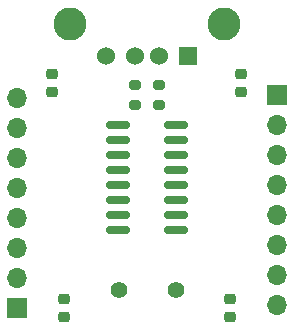
<source format=gbr>
%TF.GenerationSoftware,KiCad,Pcbnew,7.0.7*%
%TF.CreationDate,2024-04-10T23:56:21-07:00*%
%TF.ProjectId,USBTTL,55534254-544c-42e6-9b69-6361645f7063,rev?*%
%TF.SameCoordinates,Original*%
%TF.FileFunction,Soldermask,Top*%
%TF.FilePolarity,Negative*%
%FSLAX46Y46*%
G04 Gerber Fmt 4.6, Leading zero omitted, Abs format (unit mm)*
G04 Created by KiCad (PCBNEW 7.0.7) date 2024-04-10 23:56:21*
%MOMM*%
%LPD*%
G01*
G04 APERTURE LIST*
G04 Aperture macros list*
%AMRoundRect*
0 Rectangle with rounded corners*
0 $1 Rounding radius*
0 $2 $3 $4 $5 $6 $7 $8 $9 X,Y pos of 4 corners*
0 Add a 4 corners polygon primitive as box body*
4,1,4,$2,$3,$4,$5,$6,$7,$8,$9,$2,$3,0*
0 Add four circle primitives for the rounded corners*
1,1,$1+$1,$2,$3*
1,1,$1+$1,$4,$5*
1,1,$1+$1,$6,$7*
1,1,$1+$1,$8,$9*
0 Add four rect primitives between the rounded corners*
20,1,$1+$1,$2,$3,$4,$5,0*
20,1,$1+$1,$4,$5,$6,$7,0*
20,1,$1+$1,$6,$7,$8,$9,0*
20,1,$1+$1,$8,$9,$2,$3,0*%
G04 Aperture macros list end*
%ADD10C,1.400000*%
%ADD11RoundRect,0.150000X-0.825000X-0.150000X0.825000X-0.150000X0.825000X0.150000X-0.825000X0.150000X0*%
%ADD12RoundRect,0.225000X-0.250000X0.225000X-0.250000X-0.225000X0.250000X-0.225000X0.250000X0.225000X0*%
%ADD13RoundRect,0.200000X-0.275000X0.200000X-0.275000X-0.200000X0.275000X-0.200000X0.275000X0.200000X0*%
%ADD14RoundRect,0.225000X0.250000X-0.225000X0.250000X0.225000X-0.250000X0.225000X-0.250000X-0.225000X0*%
%ADD15R,1.700000X1.700000*%
%ADD16O,1.700000X1.700000*%
%ADD17R,1.524000X1.524000*%
%ADD18C,1.524000*%
%ADD19C,2.800000*%
G04 APERTURE END LIST*
D10*
%TO.C,Y1*%
X72500000Y-59500000D03*
X67600000Y-59500000D03*
%TD*%
D11*
%TO.C,U1*%
X67525000Y-45555000D03*
X67525000Y-46825000D03*
X67525000Y-48095000D03*
X67525000Y-49365000D03*
X67525000Y-50635000D03*
X67525000Y-51905000D03*
X67525000Y-53175000D03*
X67525000Y-54445000D03*
X72475000Y-54445000D03*
X72475000Y-53175000D03*
X72475000Y-51905000D03*
X72475000Y-50635000D03*
X72475000Y-49365000D03*
X72475000Y-48095000D03*
X72475000Y-46825000D03*
X72475000Y-45555000D03*
%TD*%
D12*
%TO.C,C3*%
X77000000Y-60225000D03*
X77000000Y-61775000D03*
%TD*%
D13*
%TO.C,R2*%
X69000000Y-42175000D03*
X69000000Y-43825000D03*
%TD*%
%TO.C,R1*%
X71000000Y-42175000D03*
X71000000Y-43825000D03*
%TD*%
D14*
%TO.C,C2*%
X78000000Y-42775000D03*
X78000000Y-41225000D03*
%TD*%
D15*
%TO.C,J1*%
X59000000Y-61000000D03*
D16*
X59000000Y-58460000D03*
X59000000Y-55920000D03*
X59000000Y-53380000D03*
X59000000Y-50840000D03*
X59000000Y-48300000D03*
X59000000Y-45760000D03*
X59000000Y-43220000D03*
%TD*%
D14*
%TO.C,C4*%
X63000000Y-61775000D03*
X63000000Y-60225000D03*
%TD*%
D15*
%TO.C,J2*%
X81000000Y-43000000D03*
D16*
X81000000Y-45540000D03*
X81000000Y-48080000D03*
X81000000Y-50620000D03*
X81000000Y-53160000D03*
X81000000Y-55700000D03*
X81000000Y-58240000D03*
X81000000Y-60780000D03*
%TD*%
D17*
%TO.C,USB1*%
X73500000Y-39715000D03*
D18*
X71000000Y-39715000D03*
X69000000Y-39715000D03*
X66500000Y-39715000D03*
D19*
X63450000Y-37005000D03*
X76550000Y-37005000D03*
%TD*%
D12*
%TO.C,C1*%
X62000000Y-41225000D03*
X62000000Y-42775000D03*
%TD*%
M02*

</source>
